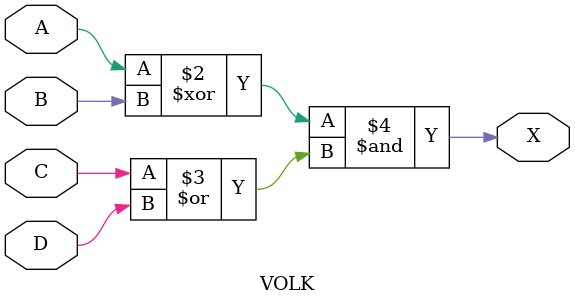
<source format=sv>
`timescale 1ns / 1ps

module VOLK(
    input A,
    input B,
    input C,
    input D,
    output logic X
);

    always_comb begin
        X = (A ^ B) & (C | D);
    end

endmodule

</source>
